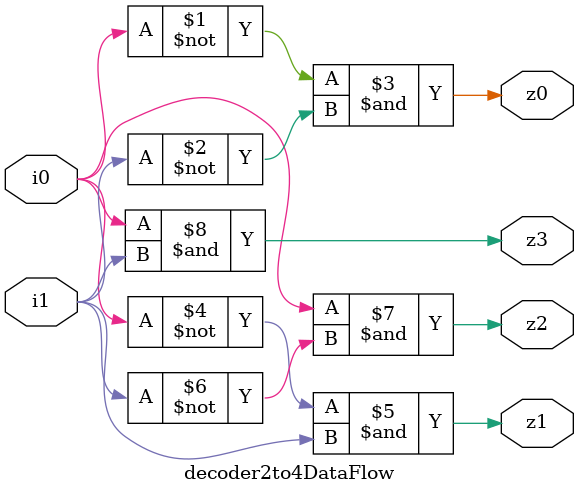
<source format=sv>
`timescale 1ns / 1ps


module decoder2to4DataFlow(
input logic i0,i1,
output logic z0,z1,z2,z3
    );
    
    assign z0 = ~i0&~i1;
    assign z1 = ~i0&i1;
    assign z2 = i0&~i1;
    assign z3 = i0&i1;
    
endmodule

</source>
